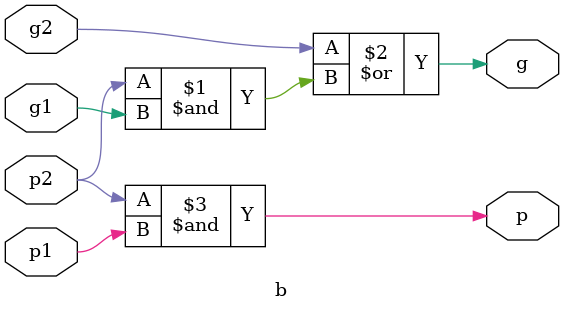
<source format=v>
module b(input g2, p2, g1, p1, output g, p);
  assign g = g2 | (p2 & g1);
  assign p = p2 & p1;
endmodule
//30 secunde
</source>
